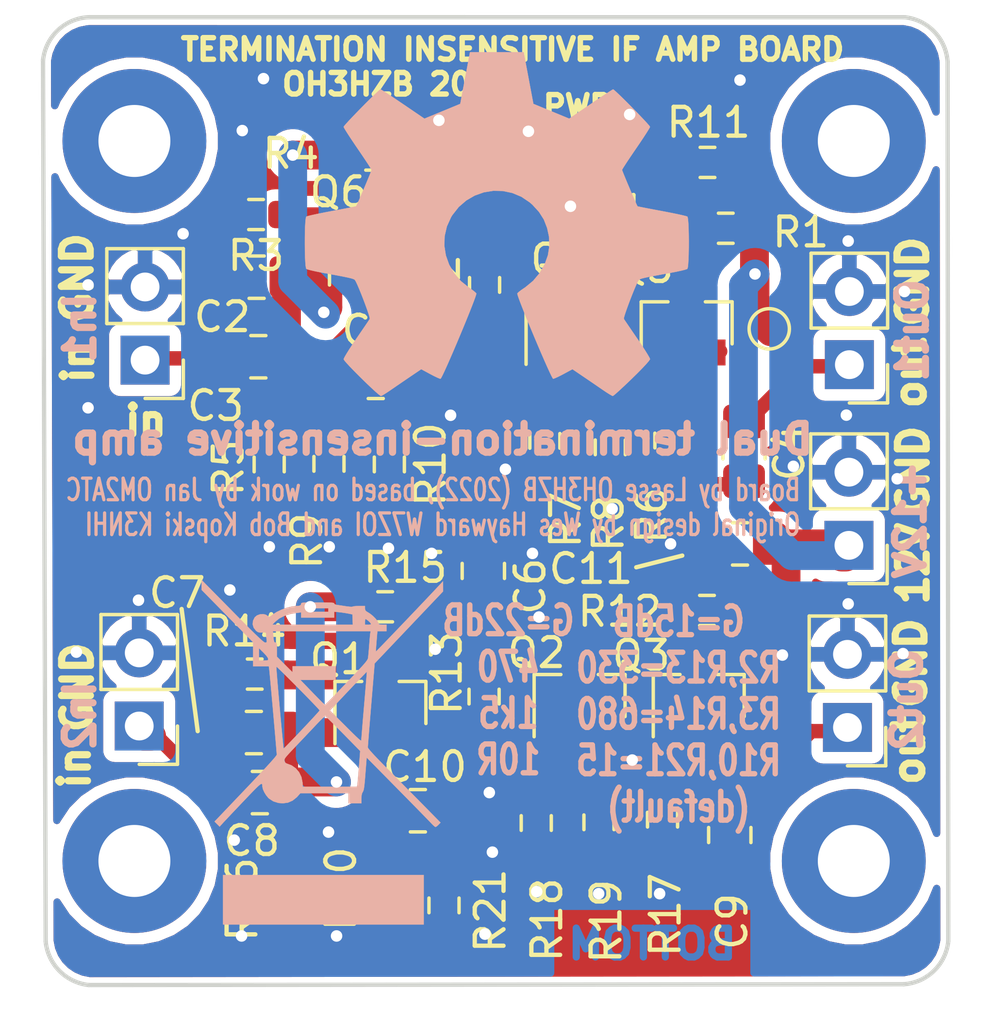
<source format=kicad_pcb>
(kicad_pcb (version 20171130) (host pcbnew 5.99.0+really5.1.10+dfsg1-1)
  (layers (0 F.Cu signal) (31 B.Cu signal) (36 B.SilkS user) (37 F.SilkS user) (38 B.Mask user) (39 F.Mask user hide) (44 Edge.Cuts user))
  (net 0 "")
  (net 1 GND)
  (net 2 +12V)
  (net 3 "Net-(Q1-Pad3)")
  (net 4 "Net-(Q2-Pad2)")
  (net 5 "Net-(Q3-Pad2)")
  (net 6 "Net-(C2-Pad2)")
  (net 7 "Net-(C2-Pad1)")
  (net 8 "Net-(C3-Pad2)")
  (net 9 "Net-(C4-Pad2)")
  (net 10 "Net-(C4-Pad1)")
  (net 11 "Net-(C5-Pad2)")
  (net 12 "Net-(C5-Pad1)")
  (net 13 "Net-(Q4-Pad2)")
  (net 14 "Net-(Q4-Pad1)")
  (net 15 "Net-(Q5-Pad2)")
  (net 16 "Net-(D1-Pad2)")
  (net 17 "Net-(C7-Pad2)")
  (net 18 "Net-(C7-Pad1)")
  (net 19 "Net-(C8-Pad2)")
  (net 20 "Net-(C9-Pad2)")
  (net 21 "Net-(C9-Pad1)")
  (net 22 "Net-(C10-Pad2)")
  (net 23 "Net-(C10-Pad1)")
  (net 24 "Net-(C1-Pad1)")
  (net 25 "Net-(C6-Pad1)")
  (module Resistor_SMD:R_0603_1608Metric_Pad0.98x0.95mm_HandSolder (layer F.Cu) (at 138.6078 114 270)
    (fp_text reference R21 (at 0.1857 -1.6129 90) (layer F.SilkS))
    (fp_text value 15)
    (pad 2 smd roundrect (at 0.9125 0 270) (size 0.975 0.95) (layers F.Cu F.Paste F.Mask) (net 1 GND))
    (pad 1 smd roundrect (at -0.9125 0 270) (size 0.975 0.95) (layers F.Cu F.Paste F.Mask) (net 22 "Net-(C10-Pad2)"))
  )
  (module Resistor_SMD:R_0603_1608Metric_Pad0.98x0.95mm_HandSolder (layer F.Cu) (at 136.508 114 270)
    (fp_text reference R20 (at -0.5763 1.4816 90) (layer F.SilkS))
    (fp_text value 180)
    (pad 2 smd roundrect (at 0.9125 0 270) (size 0.975 0.95) (layers F.Cu F.Paste F.Mask) (net 1 GND))
    (pad 1 smd roundrect (at -0.9125 0 270) (size 0.975 0.95) (layers F.Cu F.Paste F.Mask) (net 23 "Net-(C10-Pad1)"))
  )
  (module Resistor_SMD:R_0603_1608Metric_Pad0.98x0.95mm_HandSolder (layer F.Cu) (at 143.9926 111.11484 270)
    (fp_text reference R19 (at 3.43916 -0.254 90) (layer F.SilkS))
    (fp_text value 470)
    (pad 2 smd roundrect (at 0.9125 0 270) (size 0.975 0.95) (layers F.Cu F.Paste F.Mask) (net 1 GND))
    (pad 1 smd roundrect (at -0.9125 0 270) (size 0.975 0.95) (layers F.Cu F.Paste F.Mask) (net 5 "Net-(Q3-Pad2)"))
  )
  (module Resistor_SMD:R_0603_1608Metric_Pad0.98x0.95mm_HandSolder (layer F.Cu) (at 141.81328 111.14024 270)
    (fp_text reference R18 (at 3.36296 -0.37592 90) (layer F.SilkS))
    (fp_text value 2k2)
    (pad 2 smd roundrect (at 0.9125 0 270) (size 0.975 0.95) (layers F.Cu F.Paste F.Mask) (net 1 GND))
    (pad 1 smd roundrect (at -0.9125 0 270) (size 0.975 0.95) (layers F.Cu F.Paste F.Mask) (net 4 "Net-(Q2-Pad2)"))
  )
  (module Resistor_SMD:R_0603_1608Metric_Pad0.98x0.95mm_HandSolder (layer F.Cu) (at 146.2024 111.0234 90)
    (fp_text reference R17 (at -3.302 0.1016 90) (layer F.SilkS))
    (fp_text value 47)
    (pad 2 smd roundrect (at 0.9125 0 90) (size 0.975 0.95) (layers F.Cu F.Paste F.Mask) (net 5 "Net-(Q3-Pad2)"))
    (pad 1 smd roundrect (at -0.9125 0 90) (size 0.975 0.95) (layers F.Cu F.Paste F.Mask) (net 21 "Net-(C9-Pad1)"))
  )
  (module Resistor_SMD:R_0603_1608Metric_Pad0.98x0.95mm_HandSolder (layer F.Cu) (at 133.15442 114 270)
    (fp_text reference R16 (at -0.208 1.55702 90) (layer F.SilkS))
    (fp_text value 2k2)
    (pad 2 smd roundrect (at 0.9125 0 270) (size 0.975 0.95) (layers F.Cu F.Paste F.Mask) (net 1 GND))
    (pad 1 smd roundrect (at -0.9125 0 270) (size 0.975 0.95) (layers F.Cu F.Paste F.Mask) (net 17 "Net-(C7-Pad2)"))
  )
  (module Resistor_SMD:R_0603_1608Metric_Pad0.98x0.95mm_HandSolder (layer F.Cu) (at 136.5631 103.632 180)
    (fp_text reference R15 (at -0.6985 1.3589) (layer F.SilkS))
    (fp_text value 10k)
    (pad 2 smd roundrect (at 0.9125 0 180) (size 0.975 0.95) (layers F.Cu F.Paste F.Mask) (net 17 "Net-(C7-Pad2)"))
    (pad 1 smd roundrect (at -0.9125 0 180) (size 0.975 0.95) (layers F.Cu F.Paste F.Mask) (net 25 "Net-(C6-Pad1)"))
  )
  (module Resistor_SMD:R_0603_1608Metric_Pad0.98x0.95mm_HandSolder (layer F.Cu) (at 132.0292 105.9688 180)
    (fp_text reference R14 (at 0.3556 1.4859) (layer F.SilkS))
    (fp_text value 680)
    (pad 2 smd roundrect (at 0.9125 0 180) (size 0.975 0.95) (layers F.Cu F.Paste F.Mask) (net 18 "Net-(C7-Pad1)"))
    (pad 1 smd roundrect (at -0.9125 0 180) (size 0.975 0.95) (layers F.Cu F.Paste F.Mask) (net 3 "Net-(Q1-Pad3)"))
  )
  (module Resistor_SMD:R_0603_1608Metric_Pad0.98x0.95mm_HandSolder (layer F.Cu) (at 140 106.75 270)
    (fp_text reference R13 (at -0.8193 1.3033 90) (layer F.SilkS))
    (fp_text value 330)
    (pad 2 smd roundrect (at 0.9125 0 270) (size 0.975 0.95) (layers F.Cu F.Paste F.Mask) (net 3 "Net-(Q1-Pad3)"))
    (pad 1 smd roundrect (at -0.9125 0 270) (size 0.975 0.95) (layers F.Cu F.Paste F.Mask) (net 25 "Net-(C6-Pad1)"))
  )
  (module Resistor_SMD:R_0603_1608Metric_Pad0.98x0.95mm_HandSolder (layer F.Cu) (at 147.74672 103.759 180)
    (fp_text reference R12 (at 3.03022 -0.0381) (layer F.SilkS))
    (fp_text value 10)
    (pad 2 smd roundrect (at 0.9125 0 180) (size 0.975 0.95) (layers F.Cu F.Paste F.Mask) (net 25 "Net-(C6-Pad1)"))
    (pad 1 smd roundrect (at -0.9125 0 180) (size 0.975 0.95) (layers F.Cu F.Paste F.Mask) (net 2 +12V))
  )
  (module Resistor_SMD:R_0603_1608Metric_Pad0.98x0.95mm_HandSolder (layer F.Cu) (at 147.7645 88.2015 180)
    (fp_text reference R11 (at -0.0381 1.3843) (layer F.SilkS))
    (fp_text value 2k2)
    (pad 2 smd roundrect (at 0.9125 0 180) (size 0.975 0.95) (layers F.Cu F.Paste F.Mask) (net 16 "Net-(D1-Pad2)"))
    (pad 1 smd roundrect (at -0.9125 0 180) (size 0.975 0.95) (layers F.Cu F.Paste F.Mask) (net 2 +12V))
  )
  (module Resistor_SMD:R_0603_1608Metric_Pad0.98x0.95mm_HandSolder (layer F.Cu) (at 136.70788 98.68916 270)
    (fp_text reference R10 (at 0 -1.43 90) (layer F.SilkS))
    (fp_text value 15)
    (pad 2 smd roundrect (at 0.9125 0 270) (size 0.975 0.95) (layers F.Cu F.Paste F.Mask) (net 1 GND))
    (pad 1 smd roundrect (at -0.9125 0 270) (size 0.975 0.95) (layers F.Cu F.Paste F.Mask) (net 11 "Net-(C5-Pad2)"))
  )
  (module Resistor_SMD:R_0603_1608Metric_Pad0.98x0.95mm_HandSolder (layer F.Cu) (at 134.60984 98.66884 270)
    (fp_text reference R9 (at 2.67716 0.76454 90) (layer F.SilkS))
    (fp_text value 180)
    (pad 2 smd roundrect (at 0.9125 0 270) (size 0.975 0.95) (layers F.Cu F.Paste F.Mask) (net 1 GND))
    (pad 1 smd roundrect (at -0.9125 0 270) (size 0.975 0.95) (layers F.Cu F.Paste F.Mask) (net 12 "Net-(C5-Pad1)"))
  )
  (module Resistor_SMD:R_0603_1608Metric_Pad0.98x0.95mm_HandSolder (layer F.Cu) (at 144.3863 98.0948 270)
    (fp_text reference R8 (at 2.6416 0.0635 90) (layer F.SilkS))
    (fp_text value 470)
    (pad 2 smd roundrect (at 0.9125 0 270) (size 0.975 0.95) (layers F.Cu F.Paste F.Mask) (net 1 GND))
    (pad 1 smd roundrect (at -0.9125 0 270) (size 0.975 0.95) (layers F.Cu F.Paste F.Mask) (net 15 "Net-(Q5-Pad2)"))
  )
  (module Resistor_SMD:R_0603_1608Metric_Pad0.98x0.95mm_HandSolder (layer F.Cu) (at 142.113 97.87128 270)
    (fp_text reference R7 (at 2.73812 -0.7239 90) (layer F.SilkS))
    (fp_text value 2k2)
    (pad 2 smd roundrect (at 0.9125 0 270) (size 0.975 0.95) (layers F.Cu F.Paste F.Mask) (net 1 GND))
    (pad 1 smd roundrect (at -0.9125 0 270) (size 0.975 0.95) (layers F.Cu F.Paste F.Mask) (net 13 "Net-(Q4-Pad2)"))
  )
  (module Resistor_SMD:R_0603_1608Metric_Pad0.98x0.95mm_HandSolder (layer F.Cu) (at 146.45894 97.85858 90)
    (fp_text reference R6 (at -2.59842 -0.63754 90) (layer F.SilkS))
    (fp_text value 47)
    (pad 2 smd roundrect (at 0.9125 0 90) (size 0.975 0.95) (layers F.Cu F.Paste F.Mask) (net 15 "Net-(Q5-Pad2)"))
    (pad 1 smd roundrect (at -0.9125 0 90) (size 0.975 0.95) (layers F.Cu F.Paste F.Mask) (net 10 "Net-(C4-Pad1)"))
  )
  (module Resistor_SMD:R_0603_1608Metric_Pad0.98x0.95mm_HandSolder (layer F.Cu) (at 132.53212 98.68916 270)
    (fp_text reference R5 (at 0.11684 1.41732 90) (layer F.SilkS))
    (fp_text value 2k2)
    (pad 2 smd roundrect (at 0.9125 0 270) (size 0.975 0.95) (layers F.Cu F.Paste F.Mask) (net 1 GND))
    (pad 1 smd roundrect (at -0.9125 0 270) (size 0.975 0.95) (layers F.Cu F.Paste F.Mask) (net 6 "Net-(C2-Pad2)"))
  )
  (module Resistor_SMD:R_0603_1608Metric_Pad0.98x0.95mm_HandSolder (layer F.Cu) (at 136.144 87.9475 180)
    (fp_text reference R4 (at 2.8575 0.0508) (layer F.SilkS))
    (fp_text value 10k)
    (pad 2 smd roundrect (at 0.9125 0 180) (size 0.975 0.95) (layers F.Cu F.Paste F.Mask) (net 6 "Net-(C2-Pad2)"))
    (pad 1 smd roundrect (at -0.9125 0 180) (size 0.975 0.95) (layers F.Cu F.Paste F.Mask) (net 24 "Net-(C1-Pad1)"))
  )
  (module Resistor_SMD:R_0603_1608Metric_Pad0.98x0.95mm_HandSolder (layer F.Cu) (at 132.07492 90.01252 180)
    (fp_text reference R3 (at 0 -1.43) (layer F.SilkS))
    (fp_text value 680)
    (pad 2 smd roundrect (at 0.9125 0 180) (size 0.975 0.95) (layers F.Cu F.Paste F.Mask) (net 7 "Net-(C2-Pad1)"))
    (pad 1 smd roundrect (at -0.9125 0 180) (size 0.975 0.95) (layers F.Cu F.Paste F.Mask) (net 14 "Net-(Q4-Pad1)"))
  )
  (module Resistor_SMD:R_0603_1608Metric_Pad0.98x0.95mm_HandSolder (layer F.Cu) (at 140.0175 92.456 270)
    (fp_text reference R2 (at -0.0762 1.3843 90) (layer F.SilkS))
    (fp_text value 330)
    (pad 2 smd roundrect (at 0.9125 0 270) (size 0.975 0.95) (layers F.Cu F.Paste F.Mask) (net 14 "Net-(Q4-Pad1)"))
    (pad 1 smd roundrect (at -0.9125 0 270) (size 0.975 0.95) (layers F.Cu F.Paste F.Mask) (net 24 "Net-(C1-Pad1)"))
  )
  (module Resistor_SMD:R_0603_1608Metric_Pad0.98x0.95mm_HandSolder (layer F.Cu) (at 148.3995 90.4875 180)
    (fp_text reference R1 (at -2.6035 -0.1397) (layer F.SilkS))
    (fp_text value 10)
    (pad 2 smd roundrect (at 0.9125 0 180) (size 0.975 0.95) (layers F.Cu F.Paste F.Mask) (net 24 "Net-(C1-Pad1)"))
    (pad 1 smd roundrect (at -0.9125 0 180) (size 0.975 0.95) (layers F.Cu F.Paste F.Mask) (net 2 +12V))
  )
  (module TestPoint:TestPoint_Pad_D1.0mm (layer F.Cu) (at 149.9108 93.98)
    (fp_text reference TP2 hide)
    (fp_text value TestPoint)
    (pad 1 smd circle (at 0 0) (size 1 1) (layers F.Cu F.Mask) (net 2 +12V))
  )
  (module Capacitor_SMD:C_0805_2012Metric_Pad1.18x1.45mm_HandSolder (layer F.Cu) (at 148.8948 101.4476 180)
    (fp_text reference C11 (at 5.1816 -0.8636) (layer F.SilkS))
    (fp_text value 100n)
    (pad 2 smd roundrect (at 1.0375 0 180) (size 1.175 1.45) (layers F.Cu F.Paste F.Mask) (roundrect_rratio 0.2127659574468085) (net 1 GND))
    (pad 1 smd roundrect (at -1.0375 0 180) (size 1.175 1.45) (layers F.Cu F.Paste F.Mask) (roundrect_rratio 0.2127659574468085) (net 2 +12V))
  )
  (module MountingHole:MountingHole_2.5mm_Pad (layer F.Cu) (at 152.84836 112.45728)
    (fp_text reference H4 hide)
    (fp_text value MountingHole)
    (pad 1 thru_hole circle (at 0 0) (size 5 5) (drill 2.5) (layers *.Cu *.Mask))
  )
  (module Symbol:OSHW-Symbol_13.4x12mm_SilkScreen (layer B.Cu) (at 140.462 90.3732 180)
    (fp_text reference REF** hide)
    (fp_text value OSHW-Symbol_13.4x12mm_SilkScreen hide)
  )
  (module Symbol:WEEE-Logo_8.4x12mm_SilkScreen (layer B.Cu) (at 134.3914 108.6866 180)
    (fp_text reference REF** hide)
    (fp_text value WEEE-Logo_8.4x12mm_SilkScreen hide)
  )
  (module MountingHole:MountingHole_2.5mm_Pad (layer F.Cu) (at 127.84836 112.45728)
    (fp_text reference H3 hide)
    (fp_text value MountingHole)
    (pad 1 thru_hole circle (at 0 0) (size 5 5) (drill 2.5) (layers *.Cu *.Mask))
  )
  (module MountingHole:MountingHole_2.5mm_Pad (layer F.Cu) (at 152.84836 87.45728)
    (fp_text reference H2 hide)
    (fp_text value MountingHole)
    (pad 1 thru_hole circle (at 0 0) (size 5 5) (drill 2.5) (layers *.Cu *.Mask))
  )
  (module MountingHole:MountingHole_2.5mm_Pad (layer F.Cu) (at 127.84836 87.45728)
    (fp_text reference H1 hide)
    (fp_text value MountingHole)
    (pad 1 thru_hole circle (at 0 0) (size 5 5) (drill 2.5) (layers *.Cu *.Mask))
  )
  (module LED_SMD:LED_0805_2012Metric_Pad1.15x1.40mm_HandSolder (layer F.Cu) (at 143.9455 88.138)
    (fp_text reference D1 (at 0.7456 1.7399 180) (layer F.SilkS))
    (fp_text value LED)
    (pad 2 smd roundrect (at 1.025 0) (size 1.15 1.4) (layers F.Cu F.Paste F.Mask) (roundrect_rratio 0.2173904347826087) (net 16 "Net-(D1-Pad2)"))
    (pad 1 smd roundrect (at -1.025 0) (size 1.15 1.4) (layers F.Cu F.Paste F.Mask) (roundrect_rratio 0.2173904347826087) (net 1 GND))
  )
  (module Capacitor_SMD:C_0805_2012Metric_Pad1.18x1.45mm_HandSolder (layer F.Cu) (at 132.09524 92.18676)
    (fp_text reference C2 (at -1.1938 1.38176) (layer F.SilkS))
    (fp_text value 100n)
    (pad 2 smd roundrect (at 1.0375 0) (size 1.175 1.45) (layers F.Cu F.Paste F.Mask) (roundrect_rratio 0.2127659574468085) (net 6 "Net-(C2-Pad2)"))
    (pad 1 smd roundrect (at -1.0375 0) (size 1.175 1.45) (layers F.Cu F.Paste F.Mask) (roundrect_rratio 0.2127659574468085) (net 7 "Net-(C2-Pad1)"))
  )
  (module Package_TO_SOT_SMD:SOT-23 (layer F.Cu) (at 136.2075 91.059 90)
    (fp_text reference Q6 (at 1.8288 -1.2573 180) (layer F.SilkS))
    (fp_text value MMBT3904)
    (pad 3 smd rect (at 1 0 90) (size 0.9 0.8) (layers F.Cu F.Paste F.Mask) (net 14 "Net-(Q4-Pad1)"))
    (pad 2 smd rect (at -1 0.95 90) (size 0.9 0.8) (layers F.Cu F.Paste F.Mask) (net 12 "Net-(C5-Pad1)"))
    (pad 1 smd rect (at -1 -0.95 90) (size 0.9 0.8) (layers F.Cu F.Paste F.Mask) (net 6 "Net-(C2-Pad2)"))
  )
  (module Package_TO_SOT_SMD:SOT-23 (layer F.Cu) (at 147.0406 93.8022 90)
    (fp_text reference Q5 (at 1.94056 -1.4605 180) (layer F.SilkS))
    (fp_text value MMBT3904)
    (pad 3 smd rect (at 1 0 90) (size 0.9 0.8) (layers F.Cu F.Paste F.Mask) (net 24 "Net-(C1-Pad1)"))
    (pad 2 smd rect (at -1 0.95 90) (size 0.9 0.8) (layers F.Cu F.Paste F.Mask) (net 15 "Net-(Q5-Pad2)"))
    (pad 1 smd rect (at -1 -0.95 90) (size 0.9 0.8) (layers F.Cu F.Paste F.Mask) (net 13 "Net-(Q4-Pad2)"))
  )
  (module Package_TO_SOT_SMD:SOT-23 (layer F.Cu) (at 143.0401 93.81236 90)
    (fp_text reference Q4 (at 2.24536 -0.4191 180) (layer F.SilkS))
    (fp_text value MMBT3904)
    (pad 3 smd rect (at 1 0 90) (size 0.9 0.8) (layers F.Cu F.Paste F.Mask) (net 24 "Net-(C1-Pad1)"))
    (pad 2 smd rect (at -1 0.95 90) (size 0.9 0.8) (layers F.Cu F.Paste F.Mask) (net 13 "Net-(Q4-Pad2)"))
    (pad 1 smd rect (at -1 -0.95 90) (size 0.9 0.8) (layers F.Cu F.Paste F.Mask) (net 14 "Net-(Q4-Pad1)"))
  )
  (module Connector_PinHeader_2.54mm:PinHeader_1x02_P2.54mm_Vertical (layer F.Cu) (at 152.69464 95.2246 180)
    (fp_text reference P2 hide)
    (fp_text value CONN_01X02)
    (pad 2 thru_hole oval (at 0 2.54 180) (size 1.7 1.7) (drill 1) (layers *.Cu *.Mask) (net 1 GND))
    (pad 1 thru_hole rect (at 0 0 180) (size 1.7 1.7) (drill 1) (layers *.Cu *.Mask) (net 9 "Net-(C4-Pad2)"))
  )
  (module Connector_PinHeader_2.54mm:PinHeader_1x02_P2.54mm_Vertical (layer F.Cu) (at 128.2192 95.06712 180)
    (fp_text reference P1 hide)
    (fp_text value CONN_01X02)
    (pad 2 thru_hole oval (at 0 2.54 180) (size 1.7 1.7) (drill 1) (layers *.Cu *.Mask) (net 1 GND))
    (pad 1 thru_hole rect (at 0 0 180) (size 1.7 1.7) (drill 1) (layers *.Cu *.Mask) (net 8 "Net-(C3-Pad2)"))
  )
  (module Capacitor_SMD:C_0805_2012Metric_Pad1.18x1.45mm_HandSolder (layer F.Cu) (at 136.23544 95.66656)
    (fp_text reference C5 (at -0.19812 -1.63068) (layer F.SilkS))
    (fp_text value 100n)
    (pad 2 smd roundrect (at 1.0375 0) (size 1.175 1.45) (layers F.Cu F.Paste F.Mask) (roundrect_rratio 0.2127659574468085) (net 11 "Net-(C5-Pad2)"))
    (pad 1 smd roundrect (at -1.0375 0) (size 1.175 1.45) (layers F.Cu F.Paste F.Mask) (roundrect_rratio 0.2127659574468085) (net 12 "Net-(C5-Pad1)"))
  )
  (module Capacitor_SMD:C_0805_2012Metric_Pad1.18x1.45mm_HandSolder (layer F.Cu) (at 149.0345 98.2345 90)
    (fp_text reference C4 (at -0.0508 1.5748 90) (layer F.SilkS))
    (fp_text value 100n)
    (pad 2 smd roundrect (at 1.0375 0 90) (size 1.175 1.45) (layers F.Cu F.Paste F.Mask) (roundrect_rratio 0.2127659574468085) (net 9 "Net-(C4-Pad2)"))
    (pad 1 smd roundrect (at -1.0375 0 90) (size 1.175 1.45) (layers F.Cu F.Paste F.Mask) (roundrect_rratio 0.2127659574468085) (net 10 "Net-(C4-Pad1)"))
  )
  (module Capacitor_SMD:C_0805_2012Metric_Pad1.18x1.45mm_HandSolder (layer F.Cu) (at 132.1562 94.95028 180)
    (fp_text reference C3 (at 1.48336 -1.7018) (layer F.SilkS))
    (fp_text value 100n)
    (pad 2 smd roundrect (at 1.0375 0 180) (size 1.175 1.45) (layers F.Cu F.Paste F.Mask) (roundrect_rratio 0.2127659574468085) (net 8 "Net-(C3-Pad2)"))
    (pad 1 smd roundrect (at -1.0375 0 180) (size 1.175 1.45) (layers F.Cu F.Paste F.Mask) (roundrect_rratio 0.2127659574468085) (net 6 "Net-(C2-Pad2)"))
  )
  (module Capacitor_SMD:C_0805_2012Metric_Pad1.18x1.45mm_HandSolder (layer F.Cu) (at 139.8905 88.265 90)
    (fp_text reference C1 (at 0.0381 -1.4986 90) (layer F.SilkS))
    (fp_text value 100n)
    (pad 2 smd roundrect (at 1.0375 0 90) (size 1.175 1.45) (layers F.Cu F.Paste F.Mask) (roundrect_rratio 0.2127659574468085) (net 1 GND))
    (pad 1 smd roundrect (at -1.0375 0 90) (size 1.175 1.45) (layers F.Cu F.Paste F.Mask) (roundrect_rratio 0.2127659574468085) (net 24 "Net-(C1-Pad1)"))
  )
  (module Connector_PinHeader_2.54mm:PinHeader_1x02_P2.54mm_Vertical (layer F.Cu) (at 152.6794 101.4984 180)
    (fp_text reference P103 hide)
    (fp_text value CONN_01X02)
    (pad 2 thru_hole oval (at 0 2.54 180) (size 1.7 1.7) (drill 1) (layers *.Cu *.Mask) (net 1 GND))
    (pad 1 thru_hole rect (at 0 0 180) (size 1.7 1.7) (drill 1) (layers *.Cu *.Mask) (net 2 +12V))
  )
  (module Package_TO_SOT_SMD:SOT-23 (layer F.Cu) (at 147.4597 106.7435 90)
    (fp_text reference Q3 (at 1.41986 -1.99898 180) (layer F.SilkS))
    (fp_text value MMBT3904)
    (pad 3 smd rect (at 1 0 90) (size 0.9 0.8) (layers F.Cu F.Paste F.Mask) (net 25 "Net-(C6-Pad1)"))
    (pad 2 smd rect (at -1 0.95 90) (size 0.9 0.8) (layers F.Cu F.Paste F.Mask) (net 5 "Net-(Q3-Pad2)"))
    (pad 1 smd rect (at -1 -0.95 90) (size 0.9 0.8) (layers F.Cu F.Paste F.Mask) (net 4 "Net-(Q2-Pad2)"))
  )
  (module Package_TO_SOT_SMD:SOT-23 (layer F.Cu) (at 143.3195 106.7435 90)
    (fp_text reference Q2 (at 1.5113 -1.4986 180) (layer F.SilkS))
    (fp_text value MMBT3904)
    (pad 3 smd rect (at 1 0 90) (size 0.9 0.8) (layers F.Cu F.Paste F.Mask) (net 25 "Net-(C6-Pad1)"))
    (pad 2 smd rect (at -1 0.95 90) (size 0.9 0.8) (layers F.Cu F.Paste F.Mask) (net 4 "Net-(Q2-Pad2)"))
    (pad 1 smd rect (at -1 -0.95 90) (size 0.9 0.8) (layers F.Cu F.Paste F.Mask) (net 3 "Net-(Q1-Pad3)"))
  )
  (module Package_TO_SOT_SMD:SOT-23 (layer F.Cu) (at 136.398 106.9848 90)
    (fp_text reference Q1 (at 1.5367 -1.4478 180) (layer F.SilkS))
    (fp_text value MMBT3904)
    (pad 3 smd rect (at 1 0 90) (size 0.9 0.8) (layers F.Cu F.Paste F.Mask) (net 3 "Net-(Q1-Pad3)"))
    (pad 2 smd rect (at -1 0.95 90) (size 0.9 0.8) (layers F.Cu F.Paste F.Mask) (net 23 "Net-(C10-Pad1)"))
    (pad 1 smd rect (at -1 -0.95 90) (size 0.9 0.8) (layers F.Cu F.Paste F.Mask) (net 17 "Net-(C7-Pad2)"))
  )
  (module Capacitor_SMD:C_0805_2012Metric_Pad1.18x1.45mm_HandSolder (layer F.Cu) (at 148.5392 111.5568 90)
    (fp_text reference C9 (at -3.00282 0.08676 90) (layer F.SilkS))
    (fp_text value 100n)
    (pad 2 smd roundrect (at 1.0375 0 90) (size 1.175 1.45) (layers F.Cu F.Paste F.Mask) (roundrect_rratio 0.2127659574468085) (net 20 "Net-(C9-Pad2)"))
    (pad 1 smd roundrect (at -1.0375 0 90) (size 1.175 1.45) (layers F.Cu F.Paste F.Mask) (roundrect_rratio 0.2127659574468085) (net 21 "Net-(C9-Pad1)"))
  )
  (module Capacitor_SMD:C_0805_2012Metric_Pad1.18x1.45mm_HandSolder (layer F.Cu) (at 139.97432 102.3874 90)
    (fp_text reference C6 (at -0.5334 1.63068 90) (layer F.SilkS))
    (fp_text value 100n)
    (pad 2 smd roundrect (at 1.0375 0 90) (size 1.175 1.45) (layers F.Cu F.Paste F.Mask) (roundrect_rratio 0.2127659574468085) (net 1 GND))
    (pad 1 smd roundrect (at -1.0375 0 90) (size 1.175 1.45) (layers F.Cu F.Paste F.Mask) (roundrect_rratio 0.2127659574468085) (net 25 "Net-(C6-Pad1)"))
  )
  (module Capacitor_SMD:C_0805_2012Metric_Pad1.18x1.45mm_HandSolder (layer F.Cu) (at 137.69966 110.71352)
    (fp_text reference C10 (at 0.24774 -1.524) (layer F.SilkS))
    (fp_text value 100n)
    (pad 2 smd roundrect (at 1.0375 0) (size 1.175 1.45) (layers F.Cu F.Paste F.Mask) (roundrect_rratio 0.2127659574468085) (net 22 "Net-(C10-Pad2)"))
    (pad 1 smd roundrect (at -1.0375 0) (size 1.175 1.45) (layers F.Cu F.Paste F.Mask) (roundrect_rratio 0.2127659574468085) (net 23 "Net-(C10-Pad1)"))
  )
  (module Capacitor_SMD:C_0805_2012Metric_Pad1.18x1.45mm_HandSolder (layer F.Cu) (at 132 108)
    (fp_text reference C7 (at -2.6632 -4.8506) (layer F.SilkS))
    (fp_text value 100n)
    (pad 2 smd roundrect (at 1.0375 0) (size 1.175 1.45) (layers F.Cu F.Paste F.Mask) (roundrect_rratio 0.2127659574468085) (net 17 "Net-(C7-Pad2)"))
    (pad 1 smd roundrect (at -1.0375 0) (size 1.175 1.45) (layers F.Cu F.Paste F.Mask) (roundrect_rratio 0.2127659574468085) (net 18 "Net-(C7-Pad1)"))
  )
  (module Capacitor_SMD:C_0805_2012Metric_Pad1.18x1.45mm_HandSolder (layer F.Cu) (at 132.207 110.0836 180)
    (fp_text reference C8 (at 0.2794 -1.6764) (layer F.SilkS))
    (fp_text value 100n)
    (pad 2 smd roundrect (at 1.0375 0 180) (size 1.175 1.45) (layers F.Cu F.Paste F.Mask) (roundrect_rratio 0.2127659574468085) (net 19 "Net-(C8-Pad2)"))
    (pad 1 smd roundrect (at -1.0375 0 180) (size 1.175 1.45) (layers F.Cu F.Paste F.Mask) (roundrect_rratio 0.2127659574468085) (net 17 "Net-(C7-Pad2)"))
  )
  (module Connector_PinHeader_2.54mm:PinHeader_1x02_P2.54mm_Vertical (layer F.Cu) (at 152.6286 107.823 180)
    (fp_text reference P102 hide)
    (fp_text value CONN_01X02)
    (pad 2 thru_hole oval (at 0 2.54 180) (size 1.7 1.7) (drill 1) (layers *.Cu *.Mask) (net 1 GND))
    (pad 1 thru_hole rect (at 0 0 180) (size 1.7 1.7) (drill 1) (layers *.Cu *.Mask) (net 20 "Net-(C9-Pad2)"))
  )
  (module Connector_PinHeader_2.54mm:PinHeader_1x02_P2.54mm_Vertical (layer F.Cu) (at 128.016 107.7722 180)
    (fp_text reference P101 hide)
    (fp_text value CONN_01X02)
    (pad 2 thru_hole oval (at 0 2.54 180) (size 1.7 1.7) (drill 1) (layers *.Cu *.Mask) (net 1 GND))
    (pad 1 thru_hole rect (at 0 0 180) (size 1.7 1.7) (drill 1) (layers *.Cu *.Mask) (net 19 "Net-(C8-Pad2)"))
  )
  (gr_text PWR (at 143.256 86.2584) (layer F.SilkS) (effects (font (size 0.75 0.75) (thickness 0.1875))))
  (gr_line (start 145.288 102.2604) (end 146.8882 101.854) (layer F.SilkS) (width 0.15))
  (gr_text "G=22dB\n470\n1k5\n10R\n" (at 140.843 106.5276) (layer B.SilkS) (effects (font (size 1 0.75) (thickness 0.1875)) (justify mirror)))
  (gr_text "G=15dB\nR2,R13=330\nR3,R14=680\nR10,R21=15\n(default)" (at 146.7612 107.3658) (layer B.SilkS) (effects (font (size 1 0.75) (thickness 0.1875)) (justify mirror)))
  (gr_line (start 129.4892 103.7082) (end 130.048 107.95) (layer F.SilkS) (width 0.15))
  (gr_text in (at 128.2446 97.17532) (layer F.SilkS) (effects (font (size 1 1) (thickness 0.25))))
  (gr_text "Dual termination-insensitive amp" (at 138.557 97.8154) (layer B.SilkS) (effects (font (size 1 1) (thickness 0.25)) (justify mirror)))
  (gr_text Out1 (at 154.8892 94.0308 90) (layer B.SilkS) (effects (font (size 1 1) (thickness 0.25)) (justify mirror)))
  (gr_text In1 (at 125.9586 93.9546 90) (layer B.SilkS) (effects (font (size 1 1) (thickness 0.25)) (justify mirror)))
  (gr_text in (at 125.88748 95.13824 90) (layer F.SilkS) (effects (font (size 1 1) (thickness 0.25))))
  (gr_text GND (at 125.86208 92.21724 90) (layer F.SilkS) (effects (font (size 1 1) (thickness 0.25))))
  (gr_text out (at 154.813 95.50908 90) (layer F.SilkS) (effects (font (size 1 1) (thickness 0.25))))
  (gr_text GND (at 154.89936 92.34424 90) (layer F.SilkS) (effects (font (size 1 1) (thickness 0.25))))
  (gr_text in (at 125.7681 109.22 90) (layer F.SilkS) (effects (font (size 1 1) (thickness 0.25))))
  (gr_text GND (at 125.8697 106.426 90) (layer F.SilkS) (effects (font (size 1 1) (thickness 0.25))))
  (gr_text out (at 154.7622 108.585 90) (layer F.SilkS) (effects (font (size 1 1) (thickness 0.25))))
  (gr_text GND (at 154.8384 105.5878 90) (layer F.SilkS) (effects (font (size 1 1) (thickness 0.25))))
  (gr_text GND (at 154.9146 98.9076 90) (layer F.SilkS) (effects (font (size 1 1) (thickness 0.25))))
  (gr_text 12V (at 154.9146 102.1334 90) (layer F.SilkS) (effects (font (size 1 1) (thickness 0.25))))
  (gr_text TOP (at 127.51816 101.8286) (layer F.Cu) (effects (font (size 1 1) (thickness 0.25))))
  (gr_text BOTTOM (at 145.8468 115.3414) (layer B.Cu) (effects (font (size 1 1) (thickness 0.25)) (justify mirror)))
  (gr_arc (start 154.473641 115.074108) (end 154.5844 116.7384) (angle -80.32669424) (layer Edge.Cuts) (width 0.15))
  (gr_arc (start 126.441792 115.090941) (end 124.7648 115.2525) (angle -78.42131696) (layer Edge.Cuts) (width 0.15))
  (gr_arc (start 126.33514 84.828667) (end 126.2634 83.1596) (angle -81.68213231) (layer Edge.Cuts) (width 0.15))
  (gr_arc (start 154.444108 84.819759) (end 156.1084 84.709) (angle -80.32669513) (layer Edge.Cuts) (width 0.15))
  (gr_line (start 156.132881 115.244575) (end 156.1084 84.709) (angle 90) (layer Edge.Cuts) (width 0.15))
  (gr_text "Board by Lasse OH3HZB (2022), based on work by Jan OM2ATC\nOriginal design by Wes Hayward W7ZOI and Bob Kopski K3NHI" (at 151.0538 100.1776) (layer B.SilkS) (effects (font (size 0.75 0.52) (thickness 0.1125)) (justify left mirror)))
  (gr_text "TERMINATION INSENSITIVE IF AMP BOARD \nOH3HZB 2022               " (at 141.2748 84.8868) (layer F.SilkS) (effects (font (size 0.75 0.75) (thickness 0.1875))))
  (gr_text In2 (at 125.9586 107.4166 90) (layer B.SilkS) (effects (font (size 1 1) (thickness 0.25)) (justify mirror)))
  (gr_text Out2 (at 154.686 106.8578 90) (layer B.SilkS) (effects (font (size 1 1) (thickness 0.25)) (justify mirror)))
  (gr_text +12V (at 154.813 100.6094 90) (layer B.SilkS) (effects (font (size 1 1) (thickness 0.25)) (justify mirror)))
  (gr_line (start 126.263468 116.766233) (end 154.5844 116.7384) (angle 90) (layer Edge.Cuts) (width 0.15))
  (gr_line (start 126.2634 83.1596) (end 154.614575 83.160519) (angle 90) (layer Edge.Cuts) (width 0.15))
  (gr_line (start 124.7648 115.2525) (end 124.673252 84.658197) (angle 90) (layer Edge.Cuts) (width 0.15))
  (via (at 141.6812 101.7778) (size 0.8) (drill 0.4) (layers F.Cu B.Cu) (net 1))
  (via (at 140.28928 112.15116) (size 0.8) (drill 0.4) (layers F.Cu B.Cu) (net 1))
  (via (at 141.82852 113.52276) (size 0.8) (drill 0.4) (layers F.Cu B.Cu) (net 1))
  (via (at 143.98244 113.59388) (size 0.8) (drill 0.4) (layers F.Cu B.Cu) (net 1))
  (via (at 131.572 115.062) (size 0.8) (drill 0.4) (layers F.Cu B.Cu) (net 1))
  (via (at 140.0302 114.9985) (size 0.8) (drill 0.4) (layers F.Cu B.Cu) (net 1))
  (via (at 134.5946 111.4552) (size 0.8) (drill 0.4) (layers F.Cu B.Cu) (net 1))
  (via (at 138.176 101.7778) (size 0.8) (drill 0.4) (layers F.Cu B.Cu) (net 1))
  (via (at 132.5372 101.5492) (size 0.8) (drill 0.4) (layers F.Cu B.Cu) (net 1))
  (via (at 134.62 101.5492) (size 0.8) (drill 0.4) (layers F.Cu B.Cu) (net 1))
  (via (at 136.6774 101.6) (size 0.8) (drill 0.4) (layers F.Cu B.Cu) (net 1))
  (via (at 140.7414 98.8568) (size 0.8) (drill 0.4) (layers F.Cu B.Cu) (net 1))
  (via (at 144.4498 100.2284) (size 0.8) (drill 0.4) (layers F.Cu B.Cu) (net 1))
  (via (at 138.8364 96.98228) (size 0.8) (drill 0.4) (layers F.Cu B.Cu) (net 1))
  (via (at 138.43 86.741) (size 0.8) (drill 0.4) (layers F.Cu B.Cu) (net 1))
  (via (at 141.5415 87.122) (size 0.8) (drill 0.4) (layers F.Cu B.Cu) (net 1))
  (via (at 143.002 89.7255) (size 0.8) (drill 0.4) (layers F.Cu B.Cu) (net 1))
  (via (at 134.874 115.062) (size 0.8) (drill 0.4) (layers F.Cu B.Cu) (net 1))
  (via (at 131.318 111.7346) (size 0.8) (drill 0.4) (layers F.Cu B.Cu) (net 1))
  (via (at 154.3558 99.187) (size 0.8) (drill 0.4) (layers F.Cu B.Cu) (net 1))
  (via (at 150.749 98.7552) (size 0.8) (drill 0.4) (layers F.Cu B.Cu) (net 1))
  (via (at 152.654 90.932) (size 0.8) (drill 0.4) (layers F.Cu B.Cu) (net 1))
  (via (at 146.1008 113.59388) (size 0.8) (drill 0.4) (layers F.Cu B.Cu) (net 1))
  (via (at 146.4818 101.4476) (size 0.8) (drill 0.4) (layers F.Cu B.Cu) (net 1))
  (via (at 126.238 92.456) (size 0.8) (drill 0.4) (layers F.Cu B.Cu) (net 1))
  (via (at 129.54 90.678) (size 0.8) (drill 0.4) (layers F.Cu B.Cu) (net 1))
  (via (at 127.9906 103.4034) (size 0.8) (drill 0.4) (layers F.Cu B.Cu) (net 1))
  (via (at 125.8316 105.2068) (size 0.8) (drill 0.4) (layers F.Cu B.Cu) (net 1))
  (via (at 154.559 105.2576) (size 0.8) (drill 0.4) (layers F.Cu B.Cu) (net 1))
  (via (at 152.5905 96.9772) (size 0.8) (drill 0.4) (layers F.Cu B.Cu) (net 1))
  (via (at 150.368 105.3084) (size 0.8) (drill 0.4) (layers F.Cu B.Cu) (net 1))
  (via (at 152.654 103.5304) (size 0.8) (drill 0.4) (layers F.Cu B.Cu) (net 1))
  (via (at 138.303 105.1052) (size 0.8) (drill 0.4) (layers F.Cu B.Cu) (net 1))
  (via (at 126.238 96.7232) (size 0.8) (drill 0.4) (layers F.Cu B.Cu) (net 1))
  (via (at 131.5974 87.0966) (size 0.8) (drill 0.4) (layers F.Cu B.Cu) (net 1))
  (via (at 145.0594 86.5378) (size 0.8) (drill 0.4) (layers F.Cu B.Cu) (net 1))
  (via (at 141.9098 103.9876) (size 0.8) (drill 0.4) (layers F.Cu B.Cu) (net 1))
  (via (at 140.1826 110.0836) (size 0.8) (drill 0.4) (layers F.Cu B.Cu) (net 1))
  (via (at 154.6098 92.6846) (size 0.8) (drill 0.4) (layers F.Cu B.Cu) (net 1))
  (via (at 132.334 85.2932) (size 0.8) (drill 0.4) (layers F.Cu B.Cu) (net 1))
  (via (at 148.8948 85.344) (size 0.8) (drill 0.4) (layers F.Cu B.Cu) (net 1))
  (via (at 131.1656 103.0478) (size 0.8) (drill 0.4) (layers F.Cu B.Cu) (net 1))
  (via (at 145.1483 108.9533) (size 0.8) (drill 0.4) (layers F.Cu B.Cu) (net 1))
  (via (at 149.4155 92.075) (size 0.8) (drill 0.4) (layers F.Cu B.Cu) (net 2))
  (segment (start 149.39696 92.05646) (end 149.4155 92.075) (width 1) (layer F.Cu) (net 2))
  (segment (start 149.39696 90.297) (end 149.39696 92.05646) (width 1) (layer F.Cu) (net 2))
  (segment (start 149.479 90.3605) (end 149.479 90.551) (width 1) (layer F.Cu) (net 2))
  (segment (start 149.1615 90.043) (end 149.479 90.3605) (width 1) (layer F.Cu) (net 2))
  (segment (start 149.1615 88.5985) (end 149.1615 90.043) (width 1) (layer F.Cu) (net 2))
  (segment (start 148.7645 88.2015) (end 149.1615 88.5985) (width 1) (layer F.Cu) (net 2))
  (segment (start 149.015501 92.474999) (end 149.4155 92.075) (width 1) (layer B.Cu) (net 2))
  (segment (start 149.015501 100.171301) (end 149.015501 92.474999) (width 1) (layer B.Cu) (net 2))
  (segment (start 150.6982 101.854) (end 149.015501 100.171301) (width 1) (layer B.Cu) (net 2))
  (segment (start 152.5778 101.854) (end 150.6982 101.854) (width 1) (layer B.Cu) (net 2))
  (segment (start 150.4149 101.4476) (end 152.6032 101.4476) (width 1) (layer F.Cu) (net 2))
  (segment (start 152.6032 101.4476) (end 152.6794 101.5238) (width 1) (layer F.Cu) (net 2))
  (segment (start 152.4254 101.9048) (end 152.5778 101.9048) (width 1) (layer F.Cu) (net 2))
  (segment (start 148.82368 103.8352) (end 150.495 103.8352) (width 1) (layer F.Cu) (net 2))
  (segment (start 148.76272 103.77424) (end 148.82368 103.8352) (width 1) (layer F.Cu) (net 2))
  (segment (start 150.495 103.8352) (end 150.495 101.4222) (width 1) (layer F.Cu) (net 2))
  (segment (start 148.7932 88.1126) (end 148.844 88.1634) (width 1) (layer F.Cu) (net 2))
  (segment (start 149.4155 92.075) (end 149.4155 93.5355) (width 1) (layer F.Cu) (net 2))
  (segment (start 149.4155 93.5355) (end 149.9616 94.0816) (width 1) (layer F.Cu) (net 2))
  (segment (start 133 106) (end 136.3784 106) (width 1) (layer F.Cu) (net 3))
  (segment (start 136.3784 106) (end 136.3853 106.0069) (width 1) (layer F.Cu) (net 3))
  (segment (start 137.383202 106) (end 136.3784 106) (width 0.5) (layer F.Cu) (net 3))
  (segment (start 139.133202 107.75) (end 137.383202 106) (width 0.5) (layer F.Cu) (net 3))
  (segment (start 140 107.75) (end 139.133202 107.75) (width 0.5) (layer F.Cu) (net 3))
  (segment (start 140 107.75) (end 142.3892 107.75) (width 0.5) (layer F.Cu) (net 3))
  (segment (start 142.3892 107.75) (end 142.4686 107.6706) (width 0.5) (layer F.Cu) (net 3))
  (segment (start 142.25 109.55) (end 142.25 109.65) (width 0.25) (layer F.Cu) (net 4))
  (segment (start 144.2695 107.7435) (end 146.4277 107.7435) (width 0.5) (layer F.Cu) (net 4))
  (segment (start 146.4277 107.7435) (end 146.4564 107.7722) (width 0.5) (layer F.Cu) (net 4))
  (segment (start 146.4564 107.7722) (end 146.4691 107.7722) (width 0.5) (layer F.Cu) (net 4))
  (segment (start 144.2695 107.7435) (end 144.2245 107.7435) (width 0.5) (layer F.Cu) (net 4))
  (segment (start 144.2245 107.7435) (end 142.2273 109.7407) (width 0.5) (layer F.Cu) (net 4))
  (segment (start 142.2273 109.7407) (end 142.2273 110.0201) (width 0.5) (layer F.Cu) (net 4))
  (segment (start 146.4564 110.109) (end 148.4249 108.1405) (width 0.5) (layer F.Cu) (net 5))
  (segment (start 148.4249 108.1405) (end 148.4249 107.8103) (width 0.5) (layer F.Cu) (net 5))
  (segment (start 143.9926 110.109) (end 146.4564 110.109) (width 0.5) (layer F.Cu) (net 5))
  (segment (start 132.54228 97.70872) (end 132.55244 97.71888) (width 0.5) (layer F.Cu) (net 6))
  (segment (start 132.79628 97.43948) (end 132.48132 97.75444) (width 0.5) (layer F.Cu) (net 6))
  (segment (start 132.79628 95.3477) (end 132.79628 97.43948) (width 0.5) (layer F.Cu) (net 6))
  (segment (start 133.1937 94.95028) (end 132.79628 95.3477) (width 0.5) (layer F.Cu) (net 6))
  (segment (start 133.1937 92.69866) (end 133.24332 92.64904) (width 0.5) (layer F.Cu) (net 6))
  (segment (start 133.28828 93.456) (end 133.1937 93.36142) (width 0.5) (layer F.Cu) (net 6))
  (segment (start 133.1937 93.36142) (end 133.1937 92.69866) (width 0.5) (layer F.Cu) (net 6))
  (segment (start 133.1937 94.95028) (end 133.1937 93.36142) (width 0.5) (layer F.Cu) (net 6))
  (segment (start 133.25932 92.01328) (end 133.14172 92.13088) (width 1) (layer F.Cu) (net 6))
  (segment (start 133.13274 92.18676) (end 133.13274 94.84986) (width 1) (layer F.Cu) (net 6))
  (segment (start 133.13274 94.84986) (end 133.24332 94.96044) (width 1) (layer F.Cu) (net 6))
  (segment (start 133.239 92.059) (end 133.223 92.075) (width 1) (layer F.Cu) (net 6))
  (segment (start 135.144 87.9475) (end 133.35 87.9475) (width 1) (layer F.Cu) (net 6))
  (segment (start 133.35 87.9475) (end 133.35 87.9475) (width 1) (layer F.Cu) (net 6))
  (via (at 133.35 87.9475) (size 0.8) (drill 0.4) (layers F.Cu B.Cu) (net 6))
  (segment (start 133.35 92.329) (end 134.4295 93.4085) (width 1) (layer B.Cu) (net 6))
  (segment (start 133.35 87.9475) (end 133.35 92.329) (width 1) (layer B.Cu) (net 6))
  (segment (start 134.4295 93.4085) (end 134.493 93.472) (width 1) (layer B.Cu) (net 6))
  (via (at 134.4295 93.4085) (size 0.8) (drill 0.4) (layers F.Cu B.Cu) (net 6))
  (segment (start 134.5725 92.059) (end 134.5725 93.23409) (width 1) (layer F.Cu) (net 6))
  (segment (start 135.2575 92.059) (end 134.5725 92.059) (width 1) (layer F.Cu) (net 6))
  (segment (start 134.5725 93.23409) (end 134.413795 93.392795) (width 1) (layer F.Cu) (net 6))
  (segment (start 134.5725 92.059) (end 133.239 92.059) (width 1) (layer F.Cu) (net 6))
  (segment (start 131.05774 92.18676) (end 131.05774 90.05434) (width 0.5) (layer F.Cu) (net 7))
  (segment (start 131.05774 90.05434) (end 131.064 90.04808) (width 0.5) (layer F.Cu) (net 7))
  (segment (start 128.50876 95.00616) (end 131.04876 95.00616) (width 0.5) (layer F.Cu) (net 8))
  (segment (start 152.41524 95.28048) (end 151.06904 95.28048) (width 0.5) (layer F.Cu) (net 9))
  (segment (start 151.06904 95.28048) (end 149.56536 96.78416) (width 0.5) (layer F.Cu) (net 9))
  (segment (start 147.0025 98.7806) (end 147.5994 99.3775) (width 0.5) (layer F.Cu) (net 10))
  (segment (start 146.5453 98.7806) (end 147.0025 98.7806) (width 0.5) (layer F.Cu) (net 10))
  (segment (start 147.5994 99.3775) (end 148.94814 99.3775) (width 0.5) (layer F.Cu) (net 10))
  (segment (start 146.5199 98.7552) (end 146.5453 98.7806) (width 0.5) (layer F.Cu) (net 10))
  (segment (start 137.10386 97.71888) (end 136.63676 97.71888) (width 0.5) (layer F.Cu) (net 11))
  (segment (start 137.24128 97.58146) (end 137.10386 97.71888) (width 0.5) (layer F.Cu) (net 11))
  (segment (start 137.24128 95.54464) (end 137.24128 97.58146) (width 0.5) (layer F.Cu) (net 11))
  (segment (start 134.66064 97.42098) (end 134.66064 97.78492) (width 0.5) (layer F.Cu) (net 12))
  (segment (start 134.60984 96.32696) (end 135.31088 95.62592) (width 0.5) (layer F.Cu) (net 12))
  (segment (start 134.60984 97.66884) (end 134.60984 96.32696) (width 0.5) (layer F.Cu) (net 12))
  (segment (start 135.21436 95.286278) (end 135.21436 95.82404) (width 1) (layer F.Cu) (net 12))
  (segment (start 135.27608 95.59468) (end 135.17372 95.69704) (width 1) (layer F.Cu) (net 12))
  (segment (start 137.1575 92.629002) (end 135.0645 94.722002) (width 1) (layer F.Cu) (net 12))
  (segment (start 137.1575 92.059) (end 137.1575 92.629002) (width 1) (layer F.Cu) (net 12))
  (segment (start 135.0645 94.722002) (end 135.0645 95.8215) (width 1) (layer F.Cu) (net 12))
  (segment (start 143.9901 94.81236) (end 146.2692 94.81236) (width 0.5) (layer F.Cu) (net 13))
  (segment (start 146.2692 94.81236) (end 146.2913 94.79026) (width 0.5) (layer F.Cu) (net 13))
  (segment (start 143.9901 94.81236) (end 143.7386 95.06386) (width 0.5) (layer F.Cu) (net 13))
  (segment (start 142.24 96.5835) (end 144.018 94.8055) (width 0.5) (layer F.Cu) (net 13))
  (segment (start 142.24 96.774) (end 142.24 96.5835) (width 0.5) (layer F.Cu) (net 13))
  (segment (start 142.25194 96.774) (end 142.24 96.774) (width 0.5) (layer F.Cu) (net 13))
  (segment (start 142.34922 96.87128) (end 142.25194 96.774) (width 0.5) (layer F.Cu) (net 13))
  (segment (start 133.07492 90.01252) (end 136.11352 90.01252) (width 0.5) (layer F.Cu) (net 14))
  (segment (start 136.11352 90.01252) (end 136.2075 90.1065) (width 0.5) (layer F.Cu) (net 14))
  (segment (start 139.96069 93.472) (end 140.081 93.472) (width 0.5) (layer F.Cu) (net 14))
  (segment (start 138.3665 91.87781) (end 139.96069 93.472) (width 0.5) (layer F.Cu) (net 14))
  (segment (start 138.3665 90.796359) (end 138.3665 91.87781) (width 0.5) (layer F.Cu) (net 14))
  (segment (start 137.629141 90.059) (end 138.3665 90.796359) (width 0.5) (layer F.Cu) (net 14))
  (segment (start 136.2075 90.059) (end 137.629141 90.059) (width 0.5) (layer F.Cu) (net 14))
  (segment (start 139.954 94.0308) (end 139.954 93.4085) (width 0.5) (layer F.Cu) (net 14))
  (segment (start 140.73556 94.81236) (end 139.954 94.0308) (width 0.5) (layer F.Cu) (net 14))
  (segment (start 142.0901 94.81236) (end 140.73556 94.81236) (width 0.5) (layer F.Cu) (net 14))
  (segment (start 144.39138 96.87052) (end 146.46148 96.87052) (width 0.5) (layer F.Cu) (net 15))
  (segment (start 146.46148 96.87052) (end 146.4945 96.8375) (width 0.5) (layer F.Cu) (net 15))
  (segment (start 146.558 96.89084) (end 146.60626 96.9391) (width 0.5) (layer F.Cu) (net 15))
  (segment (start 146.558 96.6978) (end 146.558 96.89084) (width 0.5) (layer F.Cu) (net 15))
  (segment (start 146.6342 96.6216) (end 146.558 96.6978) (width 0.5) (layer F.Cu) (net 15))
  (segment (start 147.140601 95.518299) (end 147.140601 95.772201) (width 0.5) (layer F.Cu) (net 15))
  (segment (start 147.8026 94.8563) (end 147.140601 95.518299) (width 0.5) (layer F.Cu) (net 15))
  (segment (start 146.6342 96.278602) (end 146.6342 96.6216) (width 0.5) (layer F.Cu) (net 15))
  (segment (start 147.140601 95.772201) (end 146.6342 96.278602) (width 0.5) (layer F.Cu) (net 15))
  (segment (start 147.9042 94.8563) (end 147.8026 94.8563) (width 0.5) (layer F.Cu) (net 15))
  (segment (start 147.99894 94.76156) (end 147.9042 94.8563) (width 0.5) (layer F.Cu) (net 15))
  (segment (start 148.2065 94.76156) (end 147.99894 94.76156) (width 0.5) (layer F.Cu) (net 15))
  (segment (start 146.7645 88.2015) (end 145.034 88.2015) (width 1) (layer F.Cu) (net 16))
  (segment (start 133.0375 108) (end 135.432 108) (width 1) (layer F.Cu) (net 17))
  (segment (start 135.432 108) (end 135.4455 108.0135) (width 1) (layer F.Cu) (net 17))
  (segment (start 135.5631 103.632) (end 133.9596 103.632) (width 1) (layer F.Cu) (net 17))
  (segment (start 133.9596 103.632) (end 133.9596 103.632) (width 1) (layer F.Cu) (net 17))
  (via (at 133.9596 103.632) (size 0.8) (drill 0.4) (layers F.Cu B.Cu) (net 17))
  (segment (start 133.0375 108) (end 133.0375 110.1394) (width 1) (layer F.Cu) (net 17))
  (segment (start 133.0375 110.1394) (end 133.0579 110.1598) (width 1) (layer F.Cu) (net 17))
  (via (at 134.87146 109.7153) (size 0.8) (drill 0.4) (layers F.Cu B.Cu) (net 17))
  (segment (start 133.9596 108.80344) (end 134.87146 109.7153) (width 1) (layer B.Cu) (net 17))
  (segment (start 133.0198 110.0455) (end 133.35 109.7153) (width 1) (layer F.Cu) (net 17))
  (segment (start 133.9596 103.632) (end 133.9596 108.80344) (width 1) (layer B.Cu) (net 17))
  (segment (start 133.35 109.7153) (end 134.87146 109.7153) (width 1) (layer F.Cu) (net 17))
  (segment (start 133.0375 112.908) (end 133.22046 113.09096) (width 0.5) (layer F.Cu) (net 17))
  (segment (start 133.0375 110) (end 133.0375 112.908) (width 0.5) (layer F.Cu) (net 17))
  (segment (start 133.15442 113) (end 133.15442 109.83722) (width 0.5) (layer F.Cu) (net 17))
  (segment (start 133.15442 109.83722) (end 133.096 109.7788) (width 0.5) (layer F.Cu) (net 17))
  (segment (start 130.75 108) (end 130.75 106.1) (width 0.25) (layer F.Cu) (net 18))
  (segment (start 130.75 106.1) (end 130.65 106) (width 0.25) (layer F.Cu) (net 18))
  (segment (start 130.9625 108) (end 130.9625 105.8927) (width 0.5) (layer F.Cu) (net 18))
  (segment (start 130.9625 105.8927) (end 130.9624 105.8926) (width 0.5) (layer F.Cu) (net 18))
  (segment (start 128.143 108.1278) (end 128.4478 108.1278) (width 1) (layer F.Cu) (net 19))
  (segment (start 128.6262 108.3056) (end 127.9398 108.3056) (width 0.5) (layer F.Cu) (net 19))
  (segment (start 128.397 107.8992) (end 128.0414 107.8992) (width 0.5) (layer F.Cu) (net 19))
  (segment (start 130.302 109.8042) (end 128.397 107.8992) (width 0.5) (layer F.Cu) (net 19))
  (segment (start 130.9624 109.8042) (end 130.302 109.8042) (width 0.5) (layer F.Cu) (net 19))
  (segment (start 130.9917 109.8335) (end 130.9624 109.8042) (width 0.5) (layer F.Cu) (net 19))
  (segment (start 130.9917 110.0836) (end 130.9917 109.8335) (width 0.5) (layer F.Cu) (net 19))
  (segment (start 152.6286 107.95) (end 152.6794 107.8992) (width 0.5) (layer F.Cu) (net 20))
  (segment (start 151.3713 107.95) (end 152.6286 107.95) (width 0.5) (layer F.Cu) (net 20))
  (segment (start 148.6027 110.7186) (end 151.3713 107.95) (width 0.5) (layer F.Cu) (net 20))
  (segment (start 148.5392 110.7186) (end 148.6027 110.7186) (width 0.5) (layer F.Cu) (net 20))
  (segment (start 148.2852 112.4458) (end 148.4122 112.5728) (width 0.5) (layer F.Cu) (net 21))
  (segment (start 148.4122 112.5728) (end 149.0472 112.5728) (width 0.5) (layer F.Cu) (net 21))
  (segment (start 146.6596 112.4458) (end 148.2852 112.4458) (width 0.5) (layer F.Cu) (net 21))
  (segment (start 146.2532 112.0394) (end 146.6596 112.4458) (width 0.5) (layer F.Cu) (net 21))
  (segment (start 138.70432 112.85728) (end 138.70432 110.75416) (width 0.5) (layer F.Cu) (net 22))
  (segment (start 138.5616 113) (end 138.70432 112.85728) (width 0.5) (layer F.Cu) (net 22))
  (segment (start 137.348 109.4348) (end 136.71804 110.06476) (width 1) (layer F.Cu) (net 23))
  (segment (start 137.348 107.9848) (end 137.348 109.4348) (width 1) (layer F.Cu) (net 23))
  (segment (start 136.71804 110.06476) (end 136.71804 110.85068) (width 1) (layer F.Cu) (net 23))
  (segment (start 136.56564 112.76076) (end 136.3218 113.0046) (width 0.5) (layer F.Cu) (net 23))
  (segment (start 136.56564 111.43116) (end 136.56564 112.76076) (width 0.5) (layer F.Cu) (net 23))
  (segment (start 143.01546 92.74886) (end 143.05788 92.79128) (width 1) (layer F.Cu) (net 24))
  (segment (start 142.55318 91.456) (end 142.99184 91.89466) (width 1) (layer F.Cu) (net 24))
  (segment (start 140.0175 91.456) (end 142.55318 91.456) (width 1) (layer F.Cu) (net 24))
  (segment (start 142.99184 91.89466) (end 142.99184 92.94876) (width 1) (layer F.Cu) (net 24))
  (segment (start 147.2565 92.76156) (end 147.2565 90.551) (width 1) (layer F.Cu) (net 24))
  (segment (start 147.2565 90.551) (end 147.3835 90.424) (width 1) (layer F.Cu) (net 24))
  (segment (start 147.2565 92.76156) (end 143.01394 92.76156) (width 1) (layer F.Cu) (net 24))
  (segment (start 143.01394 92.76156) (end 142.9385 92.837) (width 1) (layer F.Cu) (net 24))
  (segment (start 140.0175 91.456) (end 140.0175 89.3445) (width 1) (layer F.Cu) (net 24))
  (segment (start 140.0175 89.3445) (end 139.954 89.281) (width 1) (layer F.Cu) (net 24))
  (segment (start 137.144 87.9475) (end 138.541 89.3445) (width 1) (layer F.Cu) (net 24))
  (segment (start 138.541 89.3445) (end 139.8905 89.3445) (width 1) (layer F.Cu) (net 24))
  (segment (start 139.9755 103.5939) (end 139.9755 105.749) (width 1) (layer F.Cu) (net 25))
  (segment (start 139.9755 105.749) (end 139.9794 105.7529) (width 1) (layer F.Cu) (net 25))
  (segment (start 140 105.75) (end 143.2716 105.75) (width 1) (layer F.Cu) (net 25))
  (segment (start 143.2716 105.75) (end 143.2814 105.7402) (width 1) (layer F.Cu) (net 25))
  (segment (start 137.5631 103.632) (end 140.0175 103.632) (width 1) (layer F.Cu) (net 25))
  (segment (start 140.0175 103.632) (end 140.0937 103.5558) (width 1) (layer F.Cu) (net 25))
  (segment (start 147.4597 105.7435) (end 146.83232 105.11612) (width 1) (layer F.Cu) (net 25))
  (segment (start 146.83232 105.11612) (end 146.83232 103.759) (width 1) (layer F.Cu) (net 25))
  (segment (start 143.3195 105.7435) (end 147.3487 105.7435) (width 1) (layer F.Cu) (net 25))
  (segment (start 147.3487 105.7435) (end 147.40636 105.80116) (width 1) (layer F.Cu) (net 25))
  (zone (net 1) (net_name GND) (layer F.Cu) (connect_pads (clearance 0.2)) (min_thickness 0.254) (fill yes (arc_segments 16) (thermal_gap 0.508) (thermal_bridge_width 0.508))
    (polygon (pts (xy 123.48845 83.185) (xy 157.46095 82.8929) (xy 157.62605 117.1575) (xy 123.65355 117.4496)))
  )
  (zone (net 1) (net_name GND) (layer B.Cu) (connect_pads (clearance 0.2)) (min_thickness 0.254) (fill yes (arc_segments 32) (thermal_gap 0.508) (thermal_bridge_width 0.508))
    (polygon (pts (xy 157.734 82.7405) (xy 157.734 117.5385) (xy 123.2281 118.1354) (xy 123.1773 82.5627)))
  )
)
</source>
